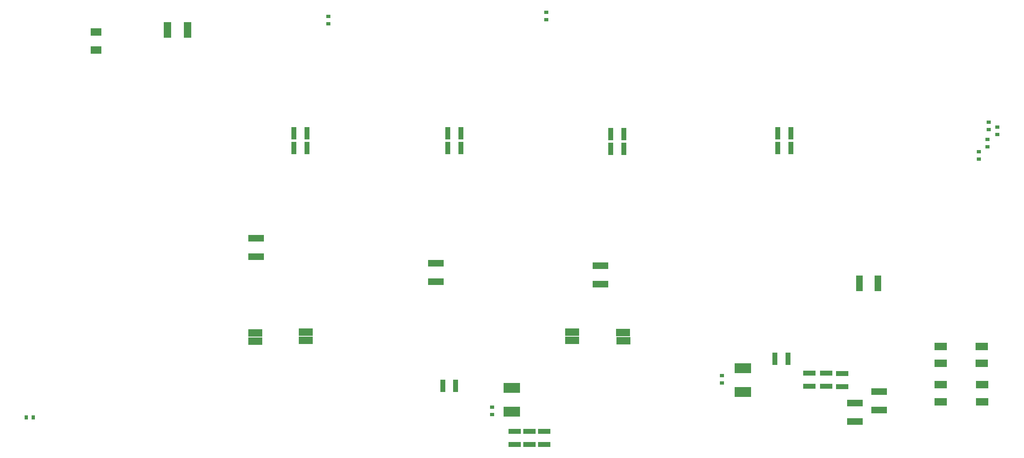
<source format=gbr>
G04 Layer_Color=128*
%FSLAX45Y45*%
%MOMM*%
%TF.FileFunction,Paste,Bot*%
%TF.Part,Single*%
G01*
G75*
%TA.AperFunction,SMDPad,CuDef*%
%ADD11R,3.00000X1.52400*%
%ADD13R,1.40000X3.30000*%
%ADD14R,3.30000X1.40000*%
%ADD15R,1.10000X2.60000*%
%ADD19R,0.70000X0.90000*%
%ADD24R,0.90000X0.70000*%
%ADD44R,2.60000X1.10000*%
%ADD45R,3.50000X2.00000*%
%ADD48R,2.50000X1.50000*%
%ADD78R,1.55000X3.30000*%
%ADD79R,2.18000X1.52000*%
D11*
X7730000Y4010000D02*
D03*
Y4180000D02*
D03*
X8770000Y4030000D02*
D03*
X14260001D02*
D03*
Y4200000D02*
D03*
X15320000Y4020000D02*
D03*
X8770000Y4200000D02*
D03*
X15310001Y4190000D02*
D03*
D13*
X20567999Y5208000D02*
D03*
X20188000D02*
D03*
D14*
X20094000Y2355000D02*
D03*
Y2735000D02*
D03*
X20592999Y2591000D02*
D03*
Y2971000D02*
D03*
X7747000Y6133600D02*
D03*
Y5753600D02*
D03*
X14850000Y5572000D02*
D03*
Y5192000D02*
D03*
X11449000Y5619000D02*
D03*
Y5239000D02*
D03*
D15*
X18716000Y3652000D02*
D03*
X18446001D02*
D03*
X18502400Y8003000D02*
D03*
X18772400D02*
D03*
X18502400Y8307800D02*
D03*
X18772400D02*
D03*
X15058400Y7986000D02*
D03*
X15328400D02*
D03*
X15058400Y8290800D02*
D03*
X15328400D02*
D03*
X11698400Y7999000D02*
D03*
X11968400D02*
D03*
X11698400Y8303800D02*
D03*
X11968400D02*
D03*
X11862000Y3094000D02*
D03*
X11592000D02*
D03*
X8526400Y8305800D02*
D03*
X8796400D02*
D03*
X8526400Y8001000D02*
D03*
X8796400D02*
D03*
D19*
X3148400Y2438400D02*
D03*
X2998400D02*
D03*
D24*
X9230360Y10565059D02*
D03*
Y10715056D02*
D03*
X13731000Y10650999D02*
D03*
Y10800996D02*
D03*
X12609000Y2499000D02*
D03*
Y2649000D02*
D03*
X22656799Y7773600D02*
D03*
Y7923600D02*
D03*
X22834599Y8027600D02*
D03*
Y8177600D02*
D03*
X23037801Y8281600D02*
D03*
Y8431600D02*
D03*
X22860001Y8533200D02*
D03*
Y8383200D02*
D03*
X17355000Y3149000D02*
D03*
Y3299000D02*
D03*
D44*
X19506000Y3349000D02*
D03*
Y3079000D02*
D03*
X19836000Y3341000D02*
D03*
Y3071000D02*
D03*
X19153000Y3349000D02*
D03*
Y3079000D02*
D03*
X13685001Y2150000D02*
D03*
Y1880000D02*
D03*
X13385001Y2152000D02*
D03*
Y1882000D02*
D03*
X13074001Y2150000D02*
D03*
Y1880000D02*
D03*
D45*
X13016000Y3050000D02*
D03*
Y2560000D02*
D03*
X17786000Y2960000D02*
D03*
Y3450000D02*
D03*
D48*
X22716000Y3902000D02*
D03*
X21866000Y3552000D02*
D03*
Y3902000D02*
D03*
X22716000Y3552000D02*
D03*
X22720000Y3112000D02*
D03*
X21870000Y2762000D02*
D03*
Y3112000D02*
D03*
X22720000Y2762000D02*
D03*
D78*
X6331402Y10439405D02*
D03*
X5911398D02*
D03*
D79*
X4445000Y10026802D02*
D03*
Y10394803D02*
D03*
%TF.MD5,bbbb14e65bb08a1d0441823171c07ed2*%
M02*

</source>
